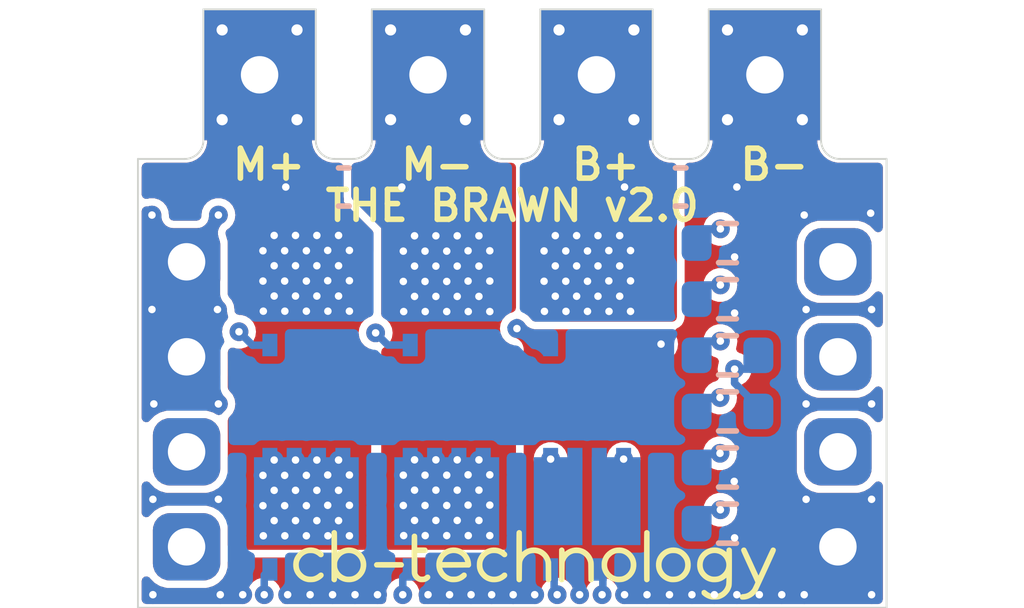
<source format=kicad_pcb>
(kicad_pcb (version 20221018) (generator pcbnew)
  (title_block (title "THE BRAINS - 20A POWER") (date "2023-05-22") (rev "v1.0") (company "CB-TECHNOLOGY"))
  (layers (0 "F.Cu" signal) (1 "In1.Cu" signal) (2 "In2.Cu" signal) (31 "B.Cu" signal) (34 "B.Paste" user) (35 "F.Paste" user) (36 "B.SilkS" user "B.Silkscreen") (37 "F.SilkS" user "F.Silkscreen") (38 "B.Mask" user) (39 "F.Mask" user) (44 "Edge.Cuts" user))
  (net 0 "")
  (net 1 "/A_MOTOR+")
  (net 2 "/A_MOTOR-")
  (net 3 "VCC")
  (net 4 "GND")
  (net 5 "/A_FET_P1")
  (net 6 "/A_FET_N1")
  (net 7 "/A_FET_N1_HS")
  (net 8 "/A_FET_N2_HS")
  (net 9 "/A_FET_P2")
  (net 10 "/A_FET_N2")
  (net 11 "Net-(Q1-D)")
  (footprint ".J_Connector:Pins-2.54-1x4" (layer "F.Cu") (at 136.8 155.5)
    (fp_text reference "J2" hide)
    (fp_text value "Pins_2.54_1x4" hide)
    (pad "1" thru_hole roundrect (at 0 0) (size 1.8 1.8) (drill 1) (layers "*.Cu" "*.Mask") (net 4 "GND"))
    (pad "2" thru_hole roundrect (at 0 2.54) (size 1.8 1.8) (drill 1) (layers "*.Cu" "*.Mask") (net 4 "GND"))
    (pad "3" thru_hole roundrect (at 0 5.08) (size 1.8 1.8) (drill 1) (layers "*.Cu" "*.Mask") (net 10 "/A_FET_N2"))
    (pad "4" thru_hole roundrect (at 0 7.62) (size 1.8 1.8) (drill 1) (layers "*.Cu" "*.Mask") (net 6 "/A_FET_N1"))
  )
  (footprint "MountingHole:MountingHole_2.2mm_M2_Pad_TopBottom" (layer "F.Cu") (at 143.25 150.5)
    (fp_text reference "H4" hide)
    (fp_text value "MountingHole_Pad")
    (pad "1" thru_hole circle (at 0 0) (size 2 2) (drill 1) (layers "*.Cu" "*.Mask") (net 2 "/A_MOTOR-"))
    (pad "1" connect rect (at 0 0) (size 3 3.5) (layers "F.Cu" "F.Mask") (net 2 "/A_MOTOR-"))
    (pad "1" connect rect (at 0 0) (size 3 3.5) (layers "B.Cu" "B.Mask") (net 2 "/A_MOTOR-"))
  )
  (footprint "MountingHole:MountingHole_2.2mm_M2_Pad_TopBottom" (layer "F.Cu") (at 138.75 150.5)
    (fp_text reference "H3" hide)
    (fp_text value "MountingHole_Pad")
    (pad "1" thru_hole circle (at 0 0) (size 2 2) (drill 1) (layers "*.Cu" "*.Mask") (net 1 "/A_MOTOR+"))
    (pad "1" connect rect (at 0 0) (size 3 3.5) (layers "F.Cu" "F.Mask") (net 1 "/A_MOTOR+"))
    (pad "1" connect rect (at 0 0) (size 3 3.5) (layers "B.Cu" "B.Mask") (net 1 "/A_MOTOR+"))
  )
  (footprint "LOGO" (layer "F.Cu") (at 146.1 163.6)
    (fp_text reference "G***" hide)
    (fp_text value "LOGO" hide)
  )
  (footprint "MountingHole:MountingHole_2.2mm_M2_Pad_TopBottom" (layer "F.Cu") (at 152.25 150.5)
    (fp_text reference "H2" hide)
    (fp_text value "MountingHole_Pad")
    (pad "1" thru_hole circle (at 0 0) (size 2 2) (drill 1) (layers "*.Cu" "*.Mask") (net 4 "GND"))
    (pad "1" connect rect (at 0 0) (size 3 3.5) (layers "F.Cu" "F.Mask") (net 4 "GND"))
    (pad "1" connect rect (at 0 0) (size 3 3.5) (layers "B.Cu" "B.Mask") (net 4 "GND"))
  )
  (footprint ".J_Connector:Pins-2.54-1x4" (layer "F.Cu") (at 154.2 155.5)
    (fp_text reference "J1" hide)
    (fp_text value "Pins_2.54_1x4" hide)
    (pad "1" thru_hole roundrect (at 0 0) (size 1.8 1.8) (drill 1) (layers "*.Cu" "*.Mask") (net 7 "/A_FET_N1_HS"))
    (pad "2" thru_hole roundrect (at 0 2.54) (size 1.8 1.8) (drill 1) (layers "*.Cu" "*.Mask") (net 8 "/A_FET_N2_HS"))
    (pad "3" thru_hole roundrect (at 0 5.08) (size 1.8 1.8) (drill 1) (layers "*.Cu" "*.Mask") (net 3 "VCC"))
    (pad "4" thru_hole roundrect (at 0 7.62) (size 1.8 1.8) (drill 1) (layers "*.Cu" "*.Mask") (net 4 "GND"))
  )
  (footprint "MountingHole:MountingHole_2.2mm_M2_Pad_TopBottom" (layer "F.Cu") (at 147.75 150.5)
    (fp_text reference "H1" hide)
    (fp_text value "MountingHole_Pad")
    (pad "1" thru_hole circle (at 0 0) (size 2 2) (drill 1) (layers "*.Cu" "*.Mask") (net 11 "Net-(Q1-D)"))
    (pad "1" connect rect (at 0 0) (size 3 3.5) (layers "F.Cu" "F.Mask") (net 11 "Net-(Q1-D)"))
    (pad "1" connect rect (at 0 0) (size 3 3.5) (layers "B.Cu" "B.Mask") (net 11 "Net-(Q1-D)"))
  )
  (footprint ".R_Resistor:R_0603" (layer "B.Cu") (at 151.25 155)
    (fp_text reference "R7" hide)
    (fp_text value "1K" hide)
    (pad "1" smd roundrect (at -0.825 0) (size 0.8 0.95) (layers "B.Cu" "B.Paste" "B.Mask") (net 7 "/A_FET_N1_HS"))
    (pad "2" smd roundrect (at 0.825 0) (size 0.8 0.95) (layers "B.Cu" "B.Paste" "B.Mask") (net 4 "GND"))
  )
  (footprint ".R_Resistor:R_0603" (layer "B.Cu") (at 151.25 162.5)
    (fp_text reference "R12" hide)
    (fp_text value "1K" hide)
    (pad "1" smd roundrect (at -0.825 0) (size 0.8 0.95) (layers "B.Cu" "B.Paste" "B.Mask") (net 10 "/A_FET_N2"))
    (pad "2" smd roundrect (at 0.825 0) (size 0.8 0.95) (layers "B.Cu" "B.Paste" "B.Mask") (net 4 "GND"))
  )
  (footprint ".R_Resistor:R_0603" (layer "B.Cu") (at 151.25 159.5 180)
    (fp_text reference "R5" hide)
    (fp_text value "1K" hide)
    (pad "1" smd roundrect (at -0.825 0 180) (size 0.8 0.95) (layers "B.Cu" "B.Paste" "B.Mask") (net 3 "VCC"))
    (pad "2" smd roundrect (at 0.825 0 180) (size 0.8 0.95) (layers "B.Cu" "B.Paste" "B.Mask") (net 5 "/A_FET_P1"))
  )
  (footprint ".R_Resistor:R_0603" (layer "B.Cu") (at 151.25 156.5)
    (fp_text reference "R9" hide)
    (fp_text value "1K" hide)
    (pad "1" smd roundrect (at -0.825 0) (size 0.8 0.95) (layers "B.Cu" "B.Paste" "B.Mask") (net 8 "/A_FET_N2_HS"))
    (pad "2" smd roundrect (at 0.825 0) (size 0.8 0.95) (layers "B.Cu" "B.Paste" "B.Mask") (net 4 "GND"))
  )
  (footprint ".R_Resistor:R_0603" (layer "B.Cu") (at 151.25 161)
    (fp_text reference "R6" hide)
    (fp_text value "1K" hide)
    (pad "1" smd roundrect (at -0.825 0) (size 0.8 0.95) (layers "B.Cu" "B.Paste" "B.Mask") (net 6 "/A_FET_N1"))
    (pad "2" smd roundrect (at 0.825 0) (size 0.8 0.95) (layers "B.Cu" "B.Paste" "B.Mask") (net 4 "GND"))
  )
  (footprint ".Q_MOSFET:8-DFN_3x3" (layer "B.Cu") (at 143.75 156.25 90)
    (fp_text reference "Q10" hide)
    (fp_text value "VS3522AE" hide)
    (pad "1" smd rect (at -1.475 -0.975 90) (size 0.6 0.4) (layers "B.Cu" "B.Paste" "B.Mask") (net 9 "/A_FET_P2"))
    (pad "2" smd rect (at -1.475 -0.325 90) (size 0.6 0.4) (layers "B.Cu" "B.Paste" "B.Mask") (net 3 "VCC"))
    (pad "2" smd rect (at -1.475 0.325 90) (size 0.6 0.4) (layers "B.Cu" "B.Paste" "B.Mask") (net 3 "VCC"))
    (pad "2" smd rect (at -1.475 0.975 90) (size 0.6 0.4) (layers "B.Cu" "B.Paste" "B.Mask") (net 3 "VCC"))
    (pad "3" smd rect (at 0.35 0 90) (size 2.35 2.8) (layers "B.Cu" "B.Paste" "B.Mask") (net 2 "/A_MOTOR-"))
    (pad "3" smd rect (at 1.475 -0.975 90) (size 0.6 0.4) (layers "B.Cu" "B.Mask") (net 2 "/A_MOTOR-"))
    (pad "3" smd rect (at 1.475 -0.325 90) (size 0.6 0.4) (layers "B.Cu" "B.Mask") (net 2 "/A_MOTOR-"))
    (pad "3" smd rect (at 1.475 0.325 90) (size 0.6 0.4) (layers "B.Cu" "B.Mask") (net 2 "/A_MOTOR-"))
    (pad "3" smd rect (at 1.475 0.975 90) (size 0.6 0.4) (layers "B.Cu" "B.Mask") (net 2 "/A_MOTOR-"))
  )
  (footprint ".Q_MOSFET:8-DFN_3x3" (layer "B.Cu") (at 140 156.25 90)
    (fp_text reference "Q8" hide)
    (fp_text value "VS3522AE" hide)
    (pad "1" smd rect (at -1.475 -0.975 90) (size 0.6 0.4) (layers "B.Cu" "B.Paste" "B.Mask") (net 5 "/A_FET_P1"))
    (pad "2" smd rect (at -1.475 -0.325 90) (size 0.6 0.4) (layers "B.Cu" "B.Paste" "B.Mask") (net 3 "VCC"))
    (pad "2" smd rect (at -1.475 0.325 90) (size 0.6 0.4) (layers "B.Cu" "B.Paste" "B.Mask") (net 3 "VCC"))
    (pad "2" smd rect (at -1.475 0.975 90) (size 0.6 0.4) (layers "B.Cu" "B.Paste" "B.Mask") (net 3 "VCC"))
    (pad "3" smd rect (at 0.35 0 90) (size 2.35 2.8) (layers "B.Cu" "B.Paste" "B.Mask") (net 1 "/A_MOTOR+"))
    (pad "3" smd rect (at 1.475 -0.975 90) (size 0.6 0.4) (layers "B.Cu" "B.Mask") (net 1 "/A_MOTOR+"))
    (pad "3" smd rect (at 1.475 -0.325 90) (size 0.6 0.4) (layers "B.Cu" "B.Mask") (net 1 "/A_MOTOR+"))
    (pad "3" smd rect (at 1.475 0.325 90) (size 0.6 0.4) (layers "B.Cu" "B.Mask") (net 1 "/A_MOTOR+"))
    (pad "3" smd rect (at 1.475 0.975 90) (size 0.6 0.4) (layers "B.Cu" "B.Mask") (net 1 "/A_MOTOR+"))
  )
  (footprint ".R_Resistor:R_0603" (layer "B.Cu") (at 151.25 158 180)
    (fp_text reference "R11" hide)
    (fp_text value "1K" hide)
    (pad "1" smd roundrect (at -0.825 0 180) (size 0.8 0.95) (layers "B.Cu" "B.Paste" "B.Mask") (net 3 "VCC"))
    (pad "2" smd roundrect (at 0.825 0 180) (size 0.8 0.95) (layers "B.Cu" "B.Paste" "B.Mask") (net 9 "/A_FET_P2"))
  )
  (footprint ".C_Capacitor:C_0603" (layer "B.Cu") (at 150 153.5)
    (fp_text reference "C11" hide)
    (fp_text value "4.7uF" hide)
    (pad "1" smd roundrect (at -0.775 0) (size 0.9 0.95) (layers "B.Cu" "B.Paste" "B.Mask") (net 11 "Net-(Q1-D)"))
    (pad "2" smd roundrect (at 0.775 0) (size 0.9 0.95) (layers "B.Cu" "B.Paste" "B.Mask") (net 4 "GND"))
  )
  (footprint ".Q_MOSFET:8-DFN_3x3" (layer "B.Cu") (at 140 162.25 90)
    (fp_text reference "Q9" hide)
    (fp_text value "AP50N03DF" hide)
    (pad "1" smd rect (at -1.475 -0.975 90) (size 0.6 0.4) (layers "B.Cu" "B.Paste" "B.Mask") (net 6 "/A_FET_N1"))
    (pad "2" smd rect (at -1.475 -0.325 90) (size 0.6 0.4) (layers "B.Cu" "B.Paste" "B.Mask") (net 4 "GND"))
    (pad "2" smd rect (at -1.475 0.325 90) (size 0.6 0.4) (layers "B.Cu" "B.Paste" "B.Mask") (net 4 "GND"))
    (pad "2" smd rect (at -1.475 0.975 90) (size 0.6 0.4) (layers "B.Cu" "B.Paste" "B.Mask") (net 4 "GND"))
    (pad "3" smd rect (at 0.35 0 90) (size 2.35 2.8) (layers "B.Cu" "B.Paste" "B.Mask") (net 1 "/A_MOTOR+"))
    (pad "3" smd rect (at 1.475 -0.975 90) (size 0.6 0.4) (layers "B.Cu" "B.Mask") (net 1 "/A_MOTOR+"))
    (pad "3" smd rect (at 1.475 -0.325 90) (size 0.6 0.4) (layers "B.Cu" "B.Mask") (net 1 "/A_MOTOR+"))
    (pad "3" smd rect (at 1.475 0.325 90) (size 0.6 0.4) (layers "B.Cu" "B.Mask") (net 1 "/A_MOTOR+"))
    (pad "3" smd rect (at 1.475 0.975 90) (size 0.6 0.4) (layers "B.Cu" "B.Mask") (net 1 "/A_MOTOR+"))
  )
  (footprint ".Q_MOSFET:8-DFN_3x3" (layer "B.Cu") (at 147.5 156.25 90)
    (fp_text reference "Q1" hide)
    (fp_text value "VS3522AE" hide)
    (pad "1" smd rect (at -1.475 -0.975 90) (size 0.6 0.4) (layers "B.Cu" "B.Paste" "B.Mask") (net 4 "GND"))
    (pad "2" smd rect (at -1.475 -0.325 90) (size 0.6 0.4) (layers "B.Cu" "B.Paste" "B.Mask") (net 3 "VCC"))
    (pad "2" smd rect (at -1.475 0.325 90) (size 0.6 0.4) (layers "B.Cu" "B.Paste" "B.Mask") (net 3 "VCC"))
    (pad "2" smd rect (at -1.475 0.975 90) (size 0.6 0.4) (layers "B.Cu" "B.Paste" "B.Mask") (net 3 "VCC"))
    (pad "3" smd rect (at 0.35 0 90) (size 2.35 2.8) (layers "B.Cu" "B.Paste" "B.Mask") (net 11 "Net-(Q1-D)"))
    (pad "3" smd rect (at 1.475 -0.975 90) (size 0.6 0.4) (layers "B.Cu" "B.Mask") (net 11 "Net-(Q1-D)"))
    (pad "3" smd rect (at 1.475 -0.325 90) (size 0.6 0.4) (layers "B.Cu" "B.Mask") (net 11 "Net-(Q1-D)"))
    (pad "3" smd rect (at 1.475 0.325 90) (size 0.6 0.4) (layers "B.Cu" "B.Mask") (net 11 "Net-(Q1-D)"))
    (pad "3" smd rect (at 1.475 0.975 90) (size 0.6 0.4) (layers "B.Cu" "B.Mask") (net 11 "Net-(Q1-D)"))
  )
  (footprint ".Q_MOSFET:8-DFN_3x3" (layer "B.Cu") (at 143.75 162.25 90)
    (fp_text reference "Q11" hide)
    (fp_text value "AP50N03DF" hide)
    (pad "1" smd rect (at -1.475 -0.975 90) (size 0.6 0.4) (layers "B.Cu" "B.Paste" "B.Mask") (net 10 "/A_FET_N2"))
    (pad "2" smd rect (at -1.475 -0.325 90) (size 0.6 0.4) (layers "B.Cu" "B.Paste" "B.Mask") (net 4 "GND"))
    (pad "2" smd rect (at -1.475 0.325 90) (size 0.6 0.4) (layers "B.Cu" "B.Paste" "B.Mask") (net 4 "GND"))
    (pad "2" smd rect (at -1.475 0.975 90) (size 0.6 0.4) (layers "B.Cu" "B.Paste" "B.Mask") (net 4 "GND"))
    (pad "3" smd rect (at 0.35 0 90) (size 2.35 2.8) (layers "B.Cu" "B.Paste" "B.Mask") (net 2 "/A_MOTOR-"))
    (pad "3" smd rect (at 1.475 -0.975 90) (size 0.6 0.4) (layers "B.Cu" "B.Mask") (net 2 "/A_MOTOR-"))
    (pad "3" smd rect (at 1.475 -0.325 90) (size 0.6 0.4) (layers "B.Cu" "B.Mask") (net 2 "/A_MOTOR-"))
    (pad "3" smd rect (at 1.475 0.325 90) (size 0.6 0.4) (layers "B.Cu" "B.Mask") (net 2 "/A_MOTOR-"))
    (pad "3" smd rect (at 1.475 0.975 90) (size 0.6 0.4) (layers "B.Cu" "B.Mask") (net 2 "/A_MOTOR-"))
  )
  (footprint ".C_Capacitor:C_0603" (layer "B.Cu") (at 141 153.5)
    (fp_text reference "C13" hide)
    (fp_text value "100nF" hide)
    (pad "1" smd roundrect (at -0.775 0) (size 0.9 0.95) (layers "B.Cu" "B.Paste" "B.Mask") (net 1 "/A_MOTOR+"))
    (pad "2" smd roundrect (at 0.775 0) (size 0.9 0.95) (layers "B.Cu" "B.Paste" "B.Mask") (net 2 "/A_MOTOR-"))
  )
  (footprint ".Q_MOSFET:8-DFN_3x3_DUAL" (layer "B.Cu") (at 147.5 162.25 90)
    (fp_text reference "Q4" hide)
    (fp_text value "HXY304DF" hide)
    (pad "1" smd rect (at -1.475 -0.975 90) (size 0.6 0.4) (layers "B.Cu" "B.Paste" "B.Mask") (net 7 "/A_FET_N1_HS"))
    (pad "2" smd rect (at -1.475 -0.325 90) (size 0.6 0.4) (layers "B.Cu" "B.Paste" "B.Mask") (net 4 "GND"))
    (pad "3" smd rect (at 0.35 -0.775 90) (size 2.35 1.3) (layers "B.Cu" "B.Paste" "B.Mask") (net 5 "/A_FET_P1"))
    (pad "3" smd rect (at 1.475 -0.975 90) (size 0.6 0.4) (layers "B.Cu" "B.Mask") (net 5 "/A_FET_P1"))
    (pad "3" smd rect (at 1.475 -0.325 90) (size 0.6 0.4) (layers "B.Cu" "B.Mask") (net 5 "/A_FET_P1"))
    (pad "4" smd rect (at -1.475 0.325 90) (size 0.6 0.4) (layers "B.Cu" "B.Paste" "B.Mask") (net 8 "/A_FET_N2_HS"))
    (pad "5" smd rect (at -1.475 0.975 90) (size 0.6 0.4) (layers "B.Cu" "B.Paste" "B.Mask") (net 4 "GND"))
    (pad "6" smd rect (at 0.35 0.775 90) (size 2.35 1.3) (layers "B.Cu" "B.Paste" "B.Mask") (net 9 "/A_FET_P2"))
    (pad "6" smd rect (at 1.475 0.325 90) (size 0.6 0.4) (layers "B.Cu" "B.Mask") (net 9 "/A_FET_P2"))
    (pad "6" smd rect (at 1.475 0.975 90) (size 0.6 0.4) (layers "B.Cu" "B.Mask") (net 9 "/A_FET_P2"))
  )
  (gr_line (start 149.25 148.75) (end 149.25 152.25) (stroke (width 0.05)) (layer "Edge.Cuts"))
  (gr_line (start 137.25 148.75) (end 137.25 152.25) (stroke (width 0.05)) (layer "Edge.Cuts"))
  (gr_line (start 153.75 148.75) (end 153.75 152.25) (stroke (width 0.05)) (layer "Edge.Cuts"))
  (gr_line (start 145.25 152.75) (end 145.75 152.75) (stroke (width 0.05)) (layer "Edge.Cuts"))
  (gr_line (start 155.5 152.75) (end 155.5 164.75) (stroke (width 0.05)) (layer "Edge.Cuts"))
  (gr_line (start 140.25 148.75) (end 140.25 152.25) (stroke (width 0.05)) (layer "Edge.Cuts"))
  (gr_arc (start 146.25 152.25) (mid 146.103553 152.603553) (end 145.75 152.75) (stroke (width 0.05)) (layer "Edge.Cuts"))
  (gr_line (start 135.5 152.75) (end 135.5 164.75) (stroke (width 0.05)) (layer "Edge.Cuts"))
  (gr_line (start 137.25 148.75) (end 140.25 148.75) (stroke (width 0.05)) (layer "Edge.Cuts"))
  (gr_arc (start 149.75 152.75) (mid 149.396447 152.603553) (end 149.25 152.25) (stroke (width 0.05)) (layer "Edge.Cuts"))
  (gr_arc (start 140.75 152.75) (mid 140.396447 152.603553) (end 140.25 152.25) (stroke (width 0.05)) (layer "Edge.Cuts"))
  (gr_line (start 141.75 148.75) (end 141.75 152.25) (stroke (width 0.05)) (layer "Edge.Cuts"))
  (gr_line (start 135.5 152.75) (end 136.75 152.75) (stroke (width 0.05)) (layer "Edge.Cuts"))
  (gr_line (start 141.75 148.75) (end 144.75 148.75) (stroke (width 0.05)) (layer "Edge.Cuts"))
  (gr_arc (start 137.25 152.25) (mid 137.103553 152.603553) (end 136.75 152.75) (stroke (width 0.05)) (layer "Edge.Cuts"))
  (gr_line (start 150.75 148.75) (end 153.75 148.75) (stroke (width 0.05)) (layer "Edge.Cuts"))
  (gr_line (start 155.5 164.75) (end 135.5 164.75) (stroke (width 0.05)) (layer "Edge.Cuts"))
  (gr_line (start 149.75 152.75) (end 150.25 152.75) (stroke (width 0.05)) (layer "Edge.Cuts"))
  (gr_arc (start 154.25 152.75) (mid 153.896447 152.603553) (end 153.75 152.25) (stroke (width 0.05)) (layer "Edge.Cuts"))
  (gr_arc (start 150.75 152.25) (mid 150.603553 152.603553) (end 150.25 152.75) (stroke (width 0.05)) (layer "Edge.Cuts"))
  (gr_line (start 150.75 148.75) (end 150.75 152.25) (stroke (width 0.05)) (layer "Edge.Cuts"))
  (gr_line (start 146.25 148.75) (end 149.25 148.75) (stroke (width 0.05)) (layer "Edge.Cuts"))
  (gr_line (start 146.25 148.75) (end 146.25 152.25) (stroke (width 0.05)) (layer "Edge.Cuts"))
  (gr_arc (start 141.75 152.25) (mid 141.603553 152.603553) (end 141.25 152.75) (stroke (width 0.05)) (layer "Edge.Cuts"))
  (gr_line (start 144.75 148.75) (end 144.75 152.25) (stroke (width 0.05)) (layer "Edge.Cuts"))
  (gr_line (start 154.25 152.75) (end 155.5 152.75) (stroke (width 0.05)) (layer "Edge.Cuts"))
  (gr_arc (start 145.25 152.75) (mid 144.896447 152.603553) (end 144.75 152.25) (stroke (width 0.05)) (layer "Edge.Cuts"))
  (gr_line (start 140.75 152.75) (end 141.25 152.75) (stroke (width 0.05)) (layer "Edge.Cuts"))
  (gr_text "M+" (at 139 152.9) (layer "F.SilkS") (effects (font (size 0.8 0.8))))
  (gr_text "B+" (at 148 152.9) (layer "F.SilkS") (effects (font (size 0.8 0.8))))
  (gr_text "THE BRAWN v2.0" (at 145.5 154) (layer "F.SilkS") (effects (font (size 0.8 0.8))))
  (gr_text "M-" (at 143.5 152.9) (layer "F.SilkS") (effects (font (size 0.8 0.8))))
  (gr_text "B-" (at 152.5 152.9) (layer "F.SilkS") (effects (font (size 0.8 0.8))))
  (via (at 139.14 154.795) (size 0.5) (drill 0.2) (layers "F.Cu" "B.Cu") (net 1))
  (via (at 140.57 155.195) (size 0.5) (drill 0.2) (layers "F.Cu" "B.Cu") (net 1))
  (via (at 137.75 149.3) (size 0.7) (drill 0.3) (layers "F.Cu" "B.Cu") (net 1))
  (via (at 140 161.21) (size 0.5) (drill 0.2) (layers "F.Cu" "B.Cu") (net 1))
  (via (at 139.71 160.8) (size 0.5) (drill 0.2) (layers "F.Cu" "B.Cu") (net 1))
  (via (at 140.28 160.8) (size 0.5) (drill 0.2) (layers "F.Cu" "B.Cu") (net 1))
  (via (at 139.42 155.205) (size 0.5) (drill 0.2) (layers "F.Cu" "B.Cu") (net 1))
  (via (at 140.28 154.795) (size 0.5) (drill 0.2) (layers "F.Cu" "B.Cu") (net 1))
  (via (at 139.14 162.42) (size 0.5) (drill 0.2) (layers "F.Cu" "B.Cu") (net 1))
  (via (at 140.86 156.415) (size 0.5) (drill 0.2) (layers "F.Cu" "B.Cu") (net 1))
  (via (at 139.71 155.605) (size 0.5) (drill 0.2) (layers "F.Cu" "B.Cu") (net 1))
  (via (at 138.84 162.02) (size 0.5) (drill 0.2) (layers "F.Cu" "B.Cu") (net 1))
  (via (at 141.15 156.005) (size 0.5) (drill 0.2) (layers "F.Cu" "B.Cu") (net 1))
  (via (at 139.71 154.795) (size 0.5) (drill 0.2) (layers "F.Cu" "B.Cu") (net 1))
  (via (at 139.14 156.415) (size 0.5) (drill 0.2) (layers "F.Cu" "B.Cu") (net 1))
  (via (at 141.15 161.2) (size 0.5) (drill 0.2) (layers "F.Cu" "B.Cu") (net 1))
  (via (at 141.15 162.825) (size 0.5) (drill 0.2) (layers "F.Cu" "B.Cu") (net 1))
  (via (at 139.14 155.605) (size 0.5) (drill 0.2) (layers "F.Cu" "B.Cu") (net 1))
  (via (at 138.85 156.82) (size 0.5) (drill 0.2) (layers "F.Cu" "B.Cu") (net 1))
  (via (at 139.42 161.21) (size 0.5) (drill 0.2) (layers "F.Cu" "B.Cu") (net 1))
  (via (at 139.14 161.61) (size 0.5) (drill 0.2) (layers "F.Cu" "B.Cu") (net 1))
  (via (at 138.84 161.21) (size 0.5) (drill 0.2) (layers "F.Cu" "B.Cu") (net 1))
  (via (at 138.84 155.205) (size 0.5) (drill 0.2) (layers "F.Cu" "B.Cu") (net 1))
  (via (at 139.75 151.7) (size 0.7) (drill 0.3) (layers "F.Cu" "B.Cu") (net 1))
  (via (at 140 155.205) (size 0.5) (drill 0.2) (layers "F.Cu" "B.Cu") (net 1))
  (via (at 139.425 162.825) (size 0.5) (drill 0.2) (layers "F.Cu" "B.Cu") (net 1))
  (via (at 140 156.82) (size 0.5) (drill 0.2) (layers "F.Cu" "B.Cu") (net 1))
  (via (at 139.71 161.61) (size 0.5) (drill 0.2) (layers "F.Cu" "B.Cu") (net 1))
  (via (at 138.85 162.825) (size 0.5) (drill 0.2) (layers "F.Cu" "B.Cu") (net 1))
  (via (at 139.42 162.02) (size 0.5) (drill 0.2) (layers "F.Cu" "B.Cu") (net 1))
  (via (at 137.75 151.7) (size 0.7) (drill 0.3) (layers "F.Cu" "B.Cu") (net 1))
  (via (at 139.42 156.015) (size 0.5) (drill 0.2) (layers "F.Cu" "B.Cu") (net 1))
  (via (at 139.75 149.3) (size 0.7) (drill 0.3) (layers "F.Cu" "B.Cu") (net 1))
  (via (at 138.84 156.015) (size 0.5) (drill 0.2) (layers "F.Cu" "B.Cu") (net 1))
  (via (at 140.57 161.2) (size 0.5) (drill 0.2) (layers "F.Cu" "B.Cu") (net 1))
  (via (at 141.15 162.01) (size 0.5) (drill 0.2) (layers "F.Cu" "B.Cu") (net 1))
  (via (at 140 162.825) (size 0.5) (drill 0.2) (layers "F.Cu" "B.Cu") (net 1))
  (via (at 140.86 162.42) (size 0.5) (drill 0.2) (layers "F.Cu" "B.Cu") (net 1))
  (via (at 139.45 153.5) (size 0.5) (drill 0.2) (layers "F.Cu" "B.Cu") (net 1))
  (via (at 140 156.015) (size 0.5) (drill 0.2) (layers "F.Cu" "B.Cu") (net 1))
  (via (at 140.575 156.82) (size 0.5) (drill 0.2) (layers "F.Cu" "B.Cu") (net 1))
  (via (at 140.57 156.005) (size 0.5) (drill 0.2) (layers "F.Cu" "B.Cu") (net 1))
  (via (at 140.86 154.795) (size 0.5) (drill 0.2) (layers "F.Cu" "B.Cu") (net 1))
  (via (at 140.86 155.605) (size 0.5) (drill 0.2) (layers "F.Cu" "B.Cu") (net 1))
  (via (at 141.15 155.195) (size 0.5) (drill 0.2) (layers "F.Cu" "B.Cu") (net 1))
  (via (at 139.425 156.82) (size 0.5) (drill 0.2) (layers "F.Cu" "B.Cu") (net 1))
  (via (at 140.86 161.61) (size 0.5) (drill 0.2) (layers "F.Cu" "B.Cu") (net 1))
  (via (at 140.57 162.01) (size 0.5) (drill 0.2) (layers "F.Cu" "B.Cu") (net 1))
  (via (at 140.575 162.825) (size 0.5) (drill 0.2) (layers "F.Cu" "B.Cu") (net 1))
  (via (at 140.28 162.42) (size 0.5) (drill 0.2) (layers "F.Cu" "B.Cu") (net 1))
  (via (at 139.71 156.415) (size 0.5) (drill 0.2) (layers "F.Cu" "B.Cu") (net 1))
  (via (at 140.28 156.415) (size 0.5) (drill 0.2) (layers "F.Cu" "B.Cu") (net 1))
  (via (at 139.14 160.8) (size 0.5) (drill 0.2) (layers "F.Cu" "B.Cu") (net 1))
  (via (at 140.86 160.8) (size 0.5) (drill 0.2) (layers "F.Cu" "B.Cu") (net 1))
  (via (at 139.71 162.42) (size 0.5) (drill 0.2) (layers "F.Cu" "B.Cu") (net 1))
  (via (at 140 162.02) (size 0.5) (drill 0.2) (layers "F.Cu" "B.Cu") (net 1))
  (via (at 140.28 161.61) (size 0.5) (drill 0.2) (layers "F.Cu" "B.Cu") (net 1))
  (via (at 141.15 156.82) (size 0.5) (drill 0.2) (layers "F.Cu" "B.Cu") (net 1))
  (via (at 140.28 155.605) (size 0.5) (drill 0.2) (layers "F.Cu" "B.Cu") (net 1))
  (segment (start 139.45 153.5) (end 139.95 153.5) (width 0.2) (layer "B.Cu") (net 1))
  (via (at 143.46 154.805) (size 0.5) (drill 0.2) (layers "F.Cu" "B.Cu") (net 2))
  (via (at 142.6 162.82) (size 0.5) (drill 0.2) (layers "F.Cu" "B.Cu") (net 2))
  (via (at 143.75 162.82) (size 0.5) (drill 0.2) (layers "F.Cu" "B.Cu") (net 2))
  (via (at 144.03 160.795) (size 0.5) (drill 0.2) (layers "F.Cu" "B.Cu") (net 2))
  (via (at 142.89 154.805) (size 0.5) (drill 0.2) (layers "F.Cu" "B.Cu") (net 2))
  (via (at 143.17 155.215) (size 0.5) (drill 0.2) (layers "F.Cu" "B.Cu") (net 2))
  (via (at 144.61 154.805) (size 0.5) (drill 0.2) (layers "F.Cu" "B.Cu") (net 2))
  (via (at 144.32 155.205) (size 0.5) (drill 0.2) (layers "F.Cu" "B.Cu") (net 2))
  (via (at 143.46 162.415) (size 0.5) (drill 0.2) (layers "F.Cu" "B.Cu") (net 2))
  (via (at 143.75 162.015) (size 0.5) (drill 0.2) (layers "F.Cu" "B.Cu") (net 2))
  (via (at 142.25 151.7) (size 0.7) (drill 0.3) (layers "F.Cu" "B.Cu") (net 2))
  (via (at 142.55 153.5) (size 0.5) (drill 0.2) (layers "F.Cu" "B.Cu") (net 2))
  (via (at 144.03 162.415) (size 0.5) (drill 0.2) (layers "F.Cu" "B.Cu") (net 2))
  (via (at 143.175 162.82) (size 0.5) (drill 0.2) (layers "F.Cu" "B.Cu") (net 2))
  (via (at 143.17 162.015) (size 0.5) (drill 0.2) (layers "F.Cu" "B.Cu") (net 2))
  (via (at 143.46 156.425) (size 0.5) (drill 0.2) (layers "F.Cu" "B.Cu") (net 2))
  (via (at 143.75 156.83) (size 0.5) (drill 0.2) (layers "F.Cu" "B.Cu") (net 2))
  (via (at 143.46 161.605) (size 0.5) (drill 0.2) (layers "F.Cu" "B.Cu") (net 2))
  (via (at 144.25 149.3) (size 0.7) (drill 0.3) (layers "F.Cu" "B.Cu") (net 2))
  (via (at 144.9 156.83) (size 0.5) (drill 0.2) (layers "F.Cu" "B.Cu") (net 2))
  (via (at 144.03 154.805) (size 0.5) (drill 0.2) (layers "F.Cu" "B.Cu") (net 2))
  (via (at 144.325 162.82) (size 0.5) (drill 0.2) (layers "F.Cu" "B.Cu") (net 2))
  (via (at 144.61 161.605) (size 0.5) (drill 0.2) (layers "F.Cu" "B.Cu") (net 2))
  (via (at 142.89 162.415) (size 0.5) (drill 0.2) (layers "F.Cu" "B.Cu") (net 2))
  (via (at 144.25 151.7) (size 0.7) (drill 0.3) (layers "F.Cu" "B.Cu") (net 2))
  (via (at 142.59 155.215) (size 0.5) (drill 0.2) (layers "F.Cu" "B.Cu") (net 2))
  (via (at 144.32 156.015) (size 0.5) (drill 0.2) (layers "F.Cu" "B.Cu") (net 2))
  (via (at 143.75 161.205) (size 0.5) (drill 0.2) (layers "F.Cu" "B.Cu") (net 2))
  (via (at 142.59 156.025) (size 0.5) (drill 0.2) (layers "F.Cu" "B.Cu") (net 2))
  (via (at 144.03 155.615) (size 0.5) (drill 0.2) (layers "F.Cu" "B.Cu") (net 2))
  (via (at 144.61 160.795) (size 0.5) (drill 0.2) (layers "F.Cu" "B.Cu") (net 2))
  (via (at 142.89 161.605) (size 0.5) (drill 0.2) (layers "F.Cu" "B.Cu") (net 2))
  (via (at 143.75 156.025) (size 0.5) (drill 0.2) (layers "F.Cu" "B.Cu") (net 2))
  (via (at 143.17 161.205) (size 0.5) (drill 0.2) (layers "F.Cu" "B.Cu") (net 2))
  (via (at 144.61 155.615) (size 0.5) (drill 0.2) (layers "F.Cu" "B.Cu") (net 2))
  (via (at 143.46 160.795) (size 0.5) (drill 0.2) (layers "F.Cu" "B.Cu") (net 2))
  (via (at 144.9 162.82) (size 0.5) (drill 0.2) (layers "F.Cu" "B.Cu") (net 2))
  (via (at 142.89 155.615) (size 0.5) (drill 0.2) (layers "F.Cu" "B.Cu") (net 2))
  (via (at 144.03 161.605) (size 0.5) (drill 0.2) (layers "F.Cu" "B.Cu") (net 2))
  (via (at 143.46 155.615) (size 0.5) (drill 0.2) (layers "F.Cu" "B.Cu") (net 2))
  (via (at 142.89 160.795) (size 0.5) (drill 0.2) (layers "F.Cu" "B.Cu") (net 2))
  (via (at 144.9 155.205) (size 0.5) (drill 0.2) (layers "F.Cu" "B.Cu") (net 2))
  (via (at 144.9 161.195) (size 0.5) (drill 0.2) (layers "F.Cu" "B.Cu") (net 2))
  (via (at 144.32 162.005) (size 0.5) (drill 0.2) (layers "F.Cu" "B.Cu") (net 2))
  (via (at 143.175 156.83) (size 0.5) (drill 0.2) (layers "F.Cu" "B.Cu") (net 2))
  (via (at 142.6 156.83) (size 0.5) (drill 0.2) (layers "F.Cu" "B.Cu") (net 2))
  (via (at 144.61 162.415) (size 0.5) (drill 0.2) (layers "F.Cu" "B.Cu") (net 2))
  (via (at 144.61 156.425) (size 0.5) (drill 0.2) (layers "F.Cu" "B.Cu") (net 2))
  (via (at 143.75 155.215) (size 0.5) (drill 0.2) (layers "F.Cu" "B.Cu") (net 2))
  (via (at 142.25 149.3) (size 0.7) (drill 0.3) (layers "F.Cu" "B.Cu") (net 2))
  (via (at 142.89 156.425) (size 0.5) (drill 0.2) (layers "F.Cu" "B.Cu") (net 2))
  (via (at 144.03 156.425) (size 0.5) (drill 0.2) (layers "F.Cu" "B.Cu") (net 2))
  (via (at 144.32 161.195) (size 0.5) (drill 0.2) (layers "F.Cu" "B.Cu") (net 2))
  (via (at 144.9 162.005) (size 0.5) (drill 0.2) (layers "F.Cu" "B.Cu") (net 2))
  (via (at 144.325 156.83) (size 0.5) (drill 0.2) (layers "F.Cu" "B.Cu") (net 2))
  (via (at 143.17 156.025) (size 0.5) (drill 0.2) (layers "F.Cu" "B.Cu") (net 2))
  (via (at 142.59 161.205) (size 0.5) (drill 0.2) (layers "F.Cu" "B.Cu") (net 2))
  (via (at 142.59 162.015) (size 0.5) (drill 0.2) (layers "F.Cu" "B.Cu") (net 2))
  (via (at 144.9 156.015) (size 0.5) (drill 0.2) (layers "F.Cu" "B.Cu") (net 2))
  (segment (start 142.55 153.5) (end 142.05 153.5) (width 0.2) (layer "B.Cu") (net 2))
  (via (at 151.44 158.37) (size 0.5) (drill 0.2) (layers "F.Cu" "B.Cu") (net 3))
  (via (at 149.475 157.7) (size 0.5) (drill 0.2) (layers "F.Cu" "B.Cu") (net 3))
  (segment (start 151.44 158.37) (end 151.94 158.37) (width 0.2) (layer "B.Cu") (net 3))
  (segment (start 152.075 159.377182) (end 152.075 159.5) (width 0.2) (layer "B.Cu") (net 3))
  (segment (start 151.44 158.37) (end 151.44 158.742182) (width 0.2) (layer "B.Cu") (net 3))
  (segment (start 151.44 158.742182) (end 152.075 159.377182) (width 0.2) (layer "B.Cu") (net 3))
  (via (at 137.65 161.85) (size 0.5) (drill 0.2) (layers "F.Cu" "B.Cu") (net 4))
  (via (at 143.25 164.4) (size 0.5) (drill 0.2) (layers "F.Cu" "B.Cu") (net 4))
  (via (at 155.1 159.3) (size 0.5) (drill 0.2) (layers "F.Cu" "B.Cu") (net 4))
  (via (at 151.44 162.88) (size 0.5) (drill 0.2) (layers "F.Cu" "B.Cu") (net 4))
  (via (at 135.9 161.85) (size 0.5) (drill 0.2) (layers "F.Cu" "B.Cu") (net 4))
  (via (at 152.7 164.4) (size 0.5) (drill 0.2) (layers "F.Cu" "B.Cu") (net 4))
  (via (at 153.25 151.7) (size 0.7) (drill 0.3) (layers "F.Cu" "B.Cu") (net 4))
  (via (at 144.95 164.4005) (size 0.5) (drill 0.2) (layers "F.Cu" "B.Cu") (net 4))
  (via (at 153.3 164.4) (size 0.5) (drill 0.2) (layers "F.Cu" "B.Cu") (net 4))
  (via (at 135.925 159.3) (size 0.5) (drill 0.2) (layers "F.Cu" "B.Cu") (net 4))
  (via (at 153.35 161.85) (size 0.5) (drill 0.2) (layers "F.Cu" "B.Cu") (net 4))
  (via (at 151.25 151.7) (size 0.7) (drill 0.3) (layers "F.Cu" "B.Cu") (net 4))
  (via (at 152.1 164.4) (size 0.5) (drill 0.2) (layers "F.Cu" "B.Cu") (net 4))
  (via (at 141.3 164.4) (size 0.5) (drill 0.2) (layers "F.Cu" "B.Cu") (net 4))
  (via (at 138.3 164.4) (size 0.5) (drill 0.2) (layers "F.Cu" "B.Cu") (net 4))
  (via (at 151.44 155.37) (size 0.5) (drill 0.2) (layers "F.Cu" "B.Cu") (net 4))
  (via (at 140.1 164.4) (size 0.5) (drill 0.2) (layers "F.Cu" "B.Cu") (net 4))
  (via (at 153.35 156.775) (size 0.5) (drill 0.2) (layers "F.Cu" "B.Cu") (net 4))
  (via (at 140.7 164.4) (size 0.5) (drill 0.2) (layers "F.Cu" "B.Cu") (net 4))
  (via (at 141.9 164.4) (size 0.5) (drill 0.2) (layers "F.Cu" "B.Cu") (net 4))
  (via (at 148.5 164.4) (size 0.5) (drill 0.2) (layers "F.Cu" "B.Cu") (net 4))
  (via (at 155.1 161.85) (size 0.5) (drill 0.2) (layers "F.Cu" "B.Cu") (net 4))
  (via (at 146.1 164.4) (size 0.5) (drill 0.2) (layers "F.Cu" "B.Cu") (net 4))
  (via (at 145.525 164.4005) (size 0.5) (drill 0.2) (layers "F.Cu" "B.Cu") (net 4))
  (via (at 155.1 164.4) (size 0.5) (drill 0.2) (layers "F.Cu" "B.Cu") (net 4))
  (via (at 155.1 156.775) (size 0.5) (drill 0.2) (layers "F.Cu" "B.Cu") (net 4))
  (via (at 137.65 154.25) (size 0.5) (drill 0.2) (layers "F.Cu" "B.Cu") (net 4))
  (via (at 150.3 164.4) (size 0.5) (drill 0.2) (layers "F.Cu" "B.Cu") (net 4))
  (via (at 149.1 164.4) (size 0.5) (drill 0.2) (layers "F.Cu" "B.Cu") (net 4))
  (via (at 153.3 154.25) (size 0.5) (drill 0.2) (layers "F.Cu" "B.Cu") (net 4))
  (via (at 151.25 149.3) (size 0.7) (drill 0.3) (layers "F.Cu" "B.Cu") (net 4))
  (via (at 135.875 156.775) (size 0.5) (drill 0.2) (layers "F.Cu" "B.Cu") (net 4))
  (via (at 137.65 159.3) (size 0.5) (drill 0.2) (layers "F.Cu" "B.Cu") (net 4))
  (via (at 151.43 161.37) (size 0.5) (drill 0.2) (layers "F.Cu" "B.Cu") (net 4))
  (via (at 137.7 164.4) (size 0.5) (drill 0.2) (layers "F.Cu" "B.Cu") (net 4))
  (via (at 139.5 164.4) (size 0.5) (drill 0.2) (layers "F.Cu" "B.Cu") (net 4))
  (via (at 150.9 164.4) (size 0.5) (drill 0.2) (layers "F.Cu" "B.Cu") (net 4))
  (via (at 147.3 164.4) (size 0.5) (drill 0.2) (layers "F.Cu" "B.Cu") (net 4))
  (via (at 153.35 159.3) (size 0.5) (drill 0.2) (layers "F.Cu" "B.Cu") (net 4))
  (via (at 145.625 157.285) (size 0.5) (drill 0.2) (layers "F.Cu" "B.Cu") (net 4))
  (via (at 151.5 153.5) (size 0.5) (drill 0.2) (layers "F.Cu" "B.Cu") (net 4))
  (via (at 151.5 164.4) (size 0.5) (drill 0.2) (layers "F.Cu" "B.Cu") (net 4))
  (via (at 151.44 156.87) (size 0.5) (drill 0.2) (layers "F.Cu" "B.Cu") (net 4))
  (via (at 149.7 164.4) (size 0.5) (drill 0.2) (layers "F.Cu" "B.Cu") (net 4))
  (via (at 135.875 154.25) (size 0.5) (drill 0.2) (layers "F.Cu" "B.Cu") (net 4))
  (via (at 143.825 164.4) (size 0.5) (drill 0.2) (layers "F.Cu" "B.Cu") (net 4))
  (via (at 135.9 164.4) (size 0.5) (drill 0.2) (layers "F.Cu" "B.Cu") (net 4))
  (via (at 153.25 149.3) (size 0.7) (drill 0.3) (layers "F.Cu" "B.Cu") (net 4))
  (via (at 144.4 164.4) (size 0.5) (drill 0.2) (layers "F.Cu" "B.Cu") (net 4))
  (via (at 155.075 154.2) (size 0.5) (drill 0.2) (layers "F.Cu" "B.Cu") (net 4))
  (via (at 137.625 156.775) (size 0.5) (drill 0.2) (layers "F.Cu" "B.Cu") (net 4))
  (segment (start 151.44 155.37) (end 151.94 155.37) (width 0.2) (layer "B.Cu") (net 4))
  (segment (start 147.3 164.4) (end 147.325 164.375) (width 0.2) (layer "B.Cu") (net 4))
  (segment (start 151.43 161.37) (end 151.93 161.37) (width 0.2) (layer "B.Cu") (net 4))
  (segment (start 147.27 164.4075) (end 147.27 163.5325) (width 0.2) (layer "B.Cu") (net 4))
  (segment (start 151.5 153.5) (end 151 153.5) (width 0.2) (layer "B.Cu") (net 4))
  (segment (start 145.625 157.285) (end 146.07 157.73) (width 0.2) (layer "B.Cu") (net 4))
  (segment (start 151.44 162.88) (end 151.94 162.88) (width 0.2) (layer "B.Cu") (net 4))
  (segment (start 146.07 157.73) (end 146.52 157.73) (width 0.2) (layer "B.Cu") (net 4))
  (segment (start 151.44 156.87) (end 151.94 156.87) (width 0.2) (layer "B.Cu") (net 4))
  (via (at 138.2 157.37) (size 0.5) (drill 0.2) (layers "F.Cu" "B.Cu") (net 5))
  (via (at 146.525 160.775) (size 0.5) (drill 0.2) (layers "F.Cu" "B.Cu") (net 5))
  (via (at 151.05 159.13) (size 0.5) (drill 0.2) (layers "F.Cu" "B.Cu") (net 5))
  (segment (start 146.525 161.7) (end 146.725 161.9) (width 0.2) (layer "B.Cu") (net 5))
  (segment (start 146.525 160.775) (end 146.525 161.7) (width 0.2) (layer "B.Cu") (net 5))
  (segment (start 138.56 157.73) (end 139.01 157.73) (width 0.2) (layer "B.Cu") (net 5))
  (segment (start 138.2 157.37) (end 138.56 157.73) (width 0.2) (layer "B.Cu") (net 5))
  (segment (start 139.025 157.725) (end 139 157.75) (width 0.2) (layer "B.Cu") (net 5))
  (segment (start 151.05 159.13) (end 150.55 159.13) (width 0.2) (layer "B.Cu") (net 5))
  (via (at 138.875 164.4) (size 0.5) (drill 0.2) (layers "F.Cu" "B.Cu") (net 6))
  (via (at 151.05 160.62) (size 0.5) (drill 0.2) (layers "F.Cu" "B.Cu") (net 6))
  (segment (start 138.875 164.4) (end 138.875 163.875) (width 0.2) (layer "B.Cu") (net 6))
  (segment (start 138.875 163.875) (end 139.025 163.725) (width 0.2) (layer "B.Cu") (net 6))
  (segment (start 151.05 160.62) (end 150.55 160.62) (width 0.2) (layer "B.Cu") (net 6))
  (via (at 151.06 154.62) (size 0.5) (drill 0.2) (layers "F.Cu" "B.Cu") (net 7))
  (via (at 146.7 164.4) (size 0.5) (drill 0.2) (layers "F.Cu" "B.Cu") (net 7))
  (segment (start 151.06 154.62) (end 150.56 154.62) (width 0.2) (layer "B.Cu") (net 7))
  (segment (start 146.62 164.4075) (end 146.62 163.5325) (width 0.2) (layer "B.Cu") (net 7))
  (via (at 147.9 164.4) (size 0.5) (drill 0.2) (layers "F.Cu" "B.Cu") (net 8))
  (via (at 151.06 156.12) (size 0.5) (drill 0.2) (layers "F.Cu" "B.Cu") (net 8))
  (segment (start 147.92 164.4075) (end 147.92 163.5325) (width 0.2) (layer "B.Cu") (net 8))
  (segment (start 151.06 156.12) (end 150.56 156.12) (width 0.2) (layer "B.Cu") (net 8))
  (via (at 148.475 160.775) (size 0.5) (drill 0.2) (layers "F.Cu" "B.Cu") (net 9))
  (via (at 141.85 157.4) (size 0.5) (drill 0.2) (layers "F.Cu" "B.Cu") (net 9))
  (via (at 151.06 157.62) (size 0.5) (drill 0.2) (layers "F.Cu" "B.Cu") (net 9))
  (segment (start 148.475 160.775) (end 148.275 160.975) (width 0.2) (layer "B.Cu") (net 9))
  (segment (start 141.85 157.4) (end 142.175 157.725) (width 0.2) (layer "B.Cu") (net 9))
  (segment (start 151.06 157.62) (end 150.56 157.62) (width 0.2) (layer "B.Cu") (net 9))
  (segment (start 142.175 157.725) (end 142.775 157.725) (width 0.2) (layer "B.Cu") (net 9))
  (segment (start 148.275 160.975) (end 148.275 161.9) (width 0.2) (layer "B.Cu") (net 9))
  (via (at 142.575 164.4) (size 0.5) (drill 0.2) (layers "F.Cu" "B.Cu") (net 10))
  (via (at 151.06 162.13) (size 0.5) (drill 0.2) (layers "F.Cu" "B.Cu") (net 10))
  (segment (start 142.575 163.925) (end 142.775 163.725) (width 0.2) (layer "B.Cu") (net 10))
  (segment (start 151.06 162.13) (end 150.56 162.13) (width 0.2) (layer "B.Cu") (net 10))
  (segment (start 142.575 164.4) (end 142.575 163.925) (width 0.2) (layer "B.Cu") (net 10))
  (via (at 148.08 155.2) (size 0.5) (drill 0.2) (layers "F.Cu" "B.Cu") (net 11))
  (via (at 147.51 156.02) (size 0.5) (drill 0.2) (layers "F.Cu" "B.Cu") (net 11))
  (via (at 148.66 155.2) (size 0.5) (drill 0.2) (layers "F.Cu" "B.Cu") (net 11))
  (via (at 146.35 155.21) (size 0.5) (drill 0.2) (layers "F.Cu" "B.Cu") (net 11))
  (via (at 146.75 149.3) (size 0.7) (drill 0.3) (layers "F.Cu" "B.Cu") (net 11))
  (via (at 147.51 155.21) (size 0.5) (drill 0.2) (layers "F.Cu" "B.Cu") (net 11))
  (via (at 146.75 151.7) (size 0.7) (drill 0.3) (layers "F.Cu" "B.Cu") (net 11))
  (via (at 147.79 156.42) (size 0.5) (drill 0.2) (layers "F.Cu" "B.Cu") (net 11))
  (via (at 148.37 154.8) (size 0.5) (drill 0.2) (layers "F.Cu" "B.Cu") (net 11))
  (via (at 147.79 155.61) (size 0.5) (drill 0.2) (layers "F.Cu" "B.Cu") (net 11))
  (via (at 146.65 154.8) (size 0.5) (drill 0.2) (layers "F.Cu" "B.Cu") (net 11))
  (via (at 146.65 155.61) (size 0.5) (drill 0.2) (layers "F.Cu" "B.Cu") (net 11))
  (via (at 146.93 155.21) (size 0.5) (drill 0.2) (layers "F.Cu" "B.Cu") (net 11))
  (via (at 146.65 156.42) (size 0.5) (drill 0.2) (layers "F.Cu" "B.Cu") (net 11))
  (via (at 147.51 156.825) (size 0.5) (drill 0.2) (layers "F.Cu" "B.Cu") (net 11))
  (via (at 146.93 156.02) (size 0.5) (drill 0.2) (layers "F.Cu" "B.Cu") (net 11))
  (via (at 148.75 151.7) (size 0.7) (drill 0.3) (layers "F.Cu" "B.Cu") (net 11))
  (via (at 147.22 156.42) (size 0.5) (drill 0.2) (layers "F.Cu" "B.Cu") (net 11))
  (via (at 146.35 156.02) (size 0.5) (drill 0.2) (layers "F.Cu" "B.Cu") (net 11))
  (via (at 148.37 156.42) (size 0.5) (drill 0.2) (layers "F.Cu" "B.Cu") (net 11))
  (via (at 148.5 153.5) (size 0.5) (drill 0.2) (layers "F.Cu" "B.Cu") (net 11))
  (via (at 148.08 156.01) (size 0.5) (drill 0.2) (layers "F.Cu" "B.Cu") (net 11))
  (via (at 147.22 154.8) (size 0.5) (drill 0.2) (layers "F.Cu" "B.Cu") (net 11))
  (via (at 148.66 156.01) (size 0.5) (drill 0.2) (layers "F.Cu" "B.Cu") (net 11))
  (via (at 148.75 149.3) (size 0.7) (drill 0.3) (layers "F.Cu" "B.Cu") (net 11))
  (via (at 148.37 155.61) (size 0.5) (drill 0.2) (layers "F.Cu" "B.Cu") (net 11))
  (via (at 148.085 156.825) (size 0.5) (drill 0.2) (layers "F.Cu" "B.Cu") (net 11))
  (via (at 147.79 154.8) (size 0.5) (drill 0.2) (layers "F.Cu" "B.Cu") (net 11))
  (via (at 148.66 156.825) (size 0.5) (drill 0.2) (layers "F.Cu" "B.Cu") (net 11))
  (via (at 146.36 156.825) (size 0.5) (drill 0.2) (layers "F.Cu" "B.Cu") (net 11))
  (via (at 146.935 156.825) (size 0.5) (drill 0.2) (layers "F.Cu" "B.Cu") (net 11))
  (via (at 147.22 155.61) (size 0.5) (drill 0.2) (layers "F.Cu" "B.Cu") (net 11))
  (segment (start 148.5 153.5) (end 149 153.5) (width 0.2) (layer "B.Cu") (net 11))
  (zone (net 1) (net_name "/A_MOTOR+") (layer "F.Cu") (priority 5) (connect_pads yes (clearance 0.2)) (min_thickness 0.25) (fill yes (thermal_gap 0.5) (thermal_bridge_width 0.5))
    (polygon (pts (xy 141 148.5) (xy 141 153.9) (xy 141.8 154.7) (xy 141.7 163.2) (xy 137.9 163.2) (xy 137.9 155) (xy 137.7 154.8) (xy 135.3 154.8) (xy 135.3 148.5)))
  )
  (zone (net 2) (net_name "/A_MOTOR-") (layer "F.Cu") (priority 5) (connect_pads yes (clearance 0.2)) (min_thickness 0.25) (fill yes (thermal_gap 0.5) (thermal_bridge_width 0.5))
    (polygon (pts (xy 141.2 148.5) (xy 141.2 153.8) (xy 142 154.6) (xy 142 163.2) (xy 145.6 163.2) (xy 145.6 148.5)))
  )
  (zone (net 4) (net_name "GND") (layers "F.Cu" "In1.Cu" "In2.Cu" "B.Cu") (priority 3) (connect_pads yes (clearance 0.2)) (min_thickness 0.25) (fill yes (thermal_gap 0.5) (thermal_bridge_width 0.5))
    (polygon (pts (xy 135.5 164.75) (xy 155.5 164.75) (xy 155.5 148.75) (xy 135.5 148.75)))
  )
  (zone (net 11) (net_name "Net-(Q1-D)") (layers "F&B.Cu") (priority 5) (connect_pads yes (clearance 0.2)) (min_thickness 0.25) (fill yes (thermal_gap 0.5) (thermal_bridge_width 0.5))
    (polygon (pts (xy 145.7 148.5) (xy 145.7 157.1) (xy 149.9 157.1) (xy 149.9 148.5)))
  )
  (zone (net 2) (net_name "/A_MOTOR-") (layer "B.Cu") (priority 4) (connect_pads yes (clearance 0.2)) (min_thickness 0.25) (fill yes (thermal_gap 0.5) (thermal_bridge_width 0.5))
    (polygon (pts (xy 141.2 148.5) (xy 141.2 153.8) (xy 142 154.6) (xy 142 157.1) (xy 145.6 157.1) (xy 145.6 148.5)))
  )
  (zone (net 3) (net_name "VCC") (layer "B.Cu") (priority 5) (connect_pads yes (clearance 0.2)) (min_thickness 0.25) (fill yes (thermal_gap 0.5) (thermal_bridge_width 0.5))
    (polygon (pts (xy 137.9 157.3) (xy 137.922 160.401) (xy 150.4 160.401) (xy 150.4 157.3)))
  )
  (zone (net 1) (net_name "/A_MOTOR+") (layer "B.Cu") (priority 3) (connect_pads yes (clearance 0.2)) (min_thickness 0.25) (fill yes (thermal_gap 0.5) (thermal_bridge_width 0.5))
    (polygon (pts (xy 141 148.5) (xy 141 153.9) (xy 141.8 154.7) (xy 141.8 157.1) (xy 137.9 157.1) (xy 137.9 155) (xy 137.7 154.8) (xy 135.3 154.8) (xy 135.3 148.5)))
  )
)
</source>
